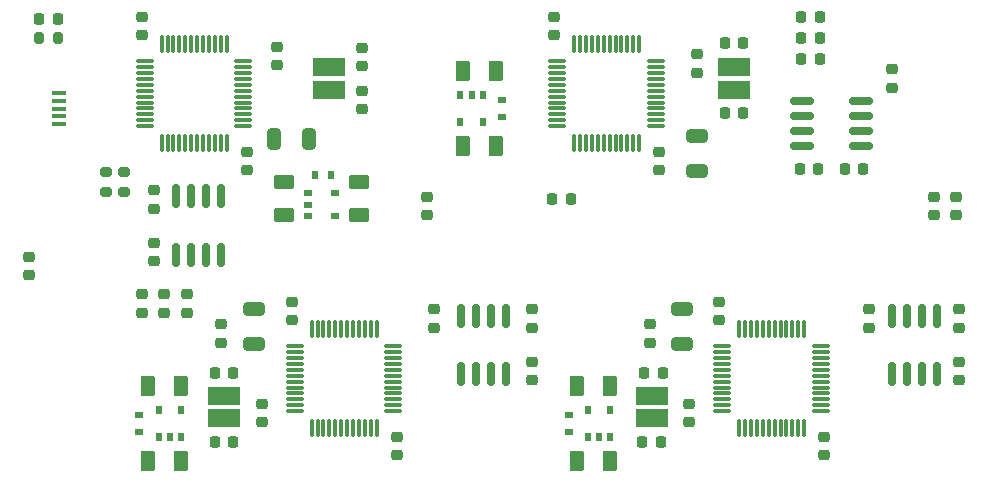
<source format=gtp>
G04 #@! TF.GenerationSoftware,KiCad,Pcbnew,7.0.9*
G04 #@! TF.CreationDate,2024-12-23T13:01:37-05:00*
G04 #@! TF.ProjectId,ramn,72616d6e-2e6b-4696-9361-645f70636258,rev?*
G04 #@! TF.SameCoordinates,Original*
G04 #@! TF.FileFunction,Paste,Top*
G04 #@! TF.FilePolarity,Positive*
%FSLAX46Y46*%
G04 Gerber Fmt 4.6, Leading zero omitted, Abs format (unit mm)*
G04 Created by KiCad (PCBNEW 7.0.9) date 2024-12-23 13:01:37*
%MOMM*%
%LPD*%
G01*
G04 APERTURE LIST*
G04 Aperture macros list*
%AMRoundRect*
0 Rectangle with rounded corners*
0 $1 Rounding radius*
0 $2 $3 $4 $5 $6 $7 $8 $9 X,Y pos of 4 corners*
0 Add a 4 corners polygon primitive as box body*
4,1,4,$2,$3,$4,$5,$6,$7,$8,$9,$2,$3,0*
0 Add four circle primitives for the rounded corners*
1,1,$1+$1,$2,$3*
1,1,$1+$1,$4,$5*
1,1,$1+$1,$6,$7*
1,1,$1+$1,$8,$9*
0 Add four rect primitives between the rounded corners*
20,1,$1+$1,$2,$3,$4,$5,0*
20,1,$1+$1,$4,$5,$6,$7,0*
20,1,$1+$1,$6,$7,$8,$9,0*
20,1,$1+$1,$8,$9,$2,$3,0*%
G04 Aperture macros list end*
%ADD10RoundRect,0.200000X-0.200000X-0.275000X0.200000X-0.275000X0.200000X0.275000X-0.200000X0.275000X0*%
%ADD11RoundRect,0.225000X-0.225000X-0.250000X0.225000X-0.250000X0.225000X0.250000X-0.225000X0.250000X0*%
%ADD12R,0.700000X0.600000*%
%ADD13R,0.600000X0.700000*%
%ADD14RoundRect,0.249999X-0.650001X0.325001X-0.650001X-0.325001X0.650001X-0.325001X0.650001X0.325001X0*%
%ADD15RoundRect,0.249999X0.650001X-0.325001X0.650001X0.325001X-0.650001X0.325001X-0.650001X-0.325001X0*%
%ADD16RoundRect,0.249999X-0.325001X-0.650001X0.325001X-0.650001X0.325001X0.650001X-0.325001X0.650001X0*%
%ADD17RoundRect,0.200000X-0.275000X0.200000X-0.275000X-0.200000X0.275000X-0.200000X0.275000X0.200000X0*%
%ADD18RoundRect,0.200000X0.275000X-0.200000X0.275000X0.200000X-0.275000X0.200000X-0.275000X-0.200000X0*%
%ADD19RoundRect,0.218750X-0.256250X0.218750X-0.256250X-0.218750X0.256250X-0.218750X0.256250X0.218750X0*%
%ADD20RoundRect,0.218750X0.256250X-0.218750X0.256250X0.218750X-0.256250X0.218750X-0.256250X-0.218750X0*%
%ADD21RoundRect,0.075000X-0.662500X-0.075000X0.662500X-0.075000X0.662500X0.075000X-0.662500X0.075000X0*%
%ADD22RoundRect,0.075000X-0.075000X-0.662500X0.075000X-0.662500X0.075000X0.662500X-0.075000X0.662500X0*%
%ADD23R,2.700000X1.500000*%
%ADD24RoundRect,0.150000X-0.150000X0.825000X-0.150000X-0.825000X0.150000X-0.825000X0.150000X0.825000X0*%
%ADD25RoundRect,0.075000X0.075000X0.662500X-0.075000X0.662500X-0.075000X-0.662500X0.075000X-0.662500X0*%
%ADD26RoundRect,0.075000X0.662500X0.075000X-0.662500X0.075000X-0.662500X-0.075000X0.662500X-0.075000X0*%
%ADD27RoundRect,0.218750X0.218750X0.256250X-0.218750X0.256250X-0.218750X-0.256250X0.218750X-0.256250X0*%
%ADD28R,0.510000X0.700000*%
%ADD29RoundRect,0.150000X-0.825000X-0.150000X0.825000X-0.150000X0.825000X0.150000X-0.825000X0.150000X0*%
%ADD30RoundRect,0.250000X0.375000X0.625000X-0.375000X0.625000X-0.375000X-0.625000X0.375000X-0.625000X0*%
%ADD31RoundRect,0.218750X-0.218750X-0.256250X0.218750X-0.256250X0.218750X0.256250X-0.218750X0.256250X0*%
%ADD32RoundRect,0.150000X0.150000X-0.825000X0.150000X0.825000X-0.150000X0.825000X-0.150000X-0.825000X0*%
%ADD33RoundRect,0.250000X-0.375000X-0.625000X0.375000X-0.625000X0.375000X0.625000X-0.375000X0.625000X0*%
%ADD34R,0.700000X0.510000*%
%ADD35RoundRect,0.250000X-0.625000X0.375000X-0.625000X-0.375000X0.625000X-0.375000X0.625000X0.375000X0*%
%ADD36R,1.300000X0.450000*%
G04 APERTURE END LIST*
D10*
G04 #@! TO.C,R17*
X46291000Y-53086000D03*
X44641000Y-53086000D03*
G04 #@! TD*
D11*
G04 #@! TO.C,C43*
X46241000Y-51435000D03*
X44691000Y-51435000D03*
G04 #@! TD*
D12*
G04 #@! TO.C,D4*
X83820000Y-58355000D03*
X83820000Y-59755000D03*
G04 #@! TD*
G04 #@! TO.C,D3*
X89535000Y-86425000D03*
X89535000Y-85025000D03*
G04 #@! TD*
G04 #@! TO.C,D2*
X53086000Y-86425000D03*
X53086000Y-85025000D03*
G04 #@! TD*
D13*
G04 #@! TO.C,D1*
X68007000Y-64643000D03*
X69407000Y-64643000D03*
G04 #@! TD*
D14*
G04 #@! TO.C,C37*
X100330000Y-64340000D03*
X100330000Y-61390000D03*
G04 #@! TD*
D15*
G04 #@! TO.C,C27*
X99060000Y-75995000D03*
X99060000Y-78945000D03*
G04 #@! TD*
G04 #@! TO.C,C17*
X62865000Y-75995000D03*
X62865000Y-78945000D03*
G04 #@! TD*
D16*
G04 #@! TO.C,C7*
X67515000Y-61595000D03*
X64565000Y-61595000D03*
G04 #@! TD*
D17*
G04 #@! TO.C,R8*
X50292000Y-64453000D03*
X50292000Y-66103000D03*
G04 #@! TD*
D18*
G04 #@! TO.C,R9*
X51816000Y-66103000D03*
X51816000Y-64453000D03*
G04 #@! TD*
D19*
G04 #@! TO.C,R15*
X77470000Y-68097500D03*
X77470000Y-66522500D03*
G04 #@! TD*
D20*
G04 #@! TO.C,R13*
X96393000Y-77317500D03*
X96393000Y-78892500D03*
G04 #@! TD*
G04 #@! TO.C,R11*
X60071000Y-78892500D03*
X60071000Y-77317500D03*
G04 #@! TD*
D19*
G04 #@! TO.C,C19*
X74930000Y-88417500D03*
X74930000Y-86842500D03*
G04 #@! TD*
D21*
G04 #@! TO.C,U5*
X66322500Y-79165000D03*
X66322500Y-79665000D03*
X66322500Y-80165000D03*
X66322500Y-80665000D03*
X66322500Y-81165000D03*
X66322500Y-81665000D03*
X66322500Y-82165000D03*
X66322500Y-82665000D03*
X66322500Y-83165000D03*
X66322500Y-83665000D03*
X66322500Y-84165000D03*
X66322500Y-84665000D03*
D22*
X67735000Y-86077500D03*
X68235000Y-86077500D03*
X68735000Y-86077500D03*
X69235000Y-86077500D03*
X69735000Y-86077500D03*
X70235000Y-86077500D03*
X70735000Y-86077500D03*
X71235000Y-86077500D03*
X71735000Y-86077500D03*
X72235000Y-86077500D03*
X72735000Y-86077500D03*
X73235000Y-86077500D03*
D21*
X74647500Y-84665000D03*
X74647500Y-84165000D03*
X74647500Y-83665000D03*
X74647500Y-83165000D03*
X74647500Y-82665000D03*
X74647500Y-82165000D03*
X74647500Y-81665000D03*
X74647500Y-81165000D03*
X74647500Y-80665000D03*
X74647500Y-80165000D03*
X74647500Y-79665000D03*
X74647500Y-79165000D03*
D22*
X73235000Y-77752500D03*
X72735000Y-77752500D03*
X72235000Y-77752500D03*
X71735000Y-77752500D03*
X71235000Y-77752500D03*
X70735000Y-77752500D03*
X70235000Y-77752500D03*
X69735000Y-77752500D03*
X69235000Y-77752500D03*
X68735000Y-77752500D03*
X68235000Y-77752500D03*
X67735000Y-77752500D03*
G04 #@! TD*
D23*
G04 #@! TO.C,Y4*
X103505000Y-57465000D03*
X103505000Y-55565000D03*
G04 #@! TD*
G04 #@! TO.C,Y3*
X96520000Y-83378000D03*
X96520000Y-85278000D03*
G04 #@! TD*
G04 #@! TO.C,Y2*
X60325000Y-85278000D03*
X60325000Y-83378000D03*
G04 #@! TD*
G04 #@! TO.C,Y1*
X69215000Y-55565000D03*
X69215000Y-57465000D03*
G04 #@! TD*
D22*
G04 #@! TO.C,U8*
X103930000Y-77752500D03*
X104430000Y-77752500D03*
X104930000Y-77752500D03*
X105430000Y-77752500D03*
X105930000Y-77752500D03*
X106430000Y-77752500D03*
X106930000Y-77752500D03*
X107430000Y-77752500D03*
X107930000Y-77752500D03*
X108430000Y-77752500D03*
X108930000Y-77752500D03*
X109430000Y-77752500D03*
D21*
X110842500Y-79165000D03*
X110842500Y-79665000D03*
X110842500Y-80165000D03*
X110842500Y-80665000D03*
X110842500Y-81165000D03*
X110842500Y-81665000D03*
X110842500Y-82165000D03*
X110842500Y-82665000D03*
X110842500Y-83165000D03*
X110842500Y-83665000D03*
X110842500Y-84165000D03*
X110842500Y-84665000D03*
D22*
X109430000Y-86077500D03*
X108930000Y-86077500D03*
X108430000Y-86077500D03*
X107930000Y-86077500D03*
X107430000Y-86077500D03*
X106930000Y-86077500D03*
X106430000Y-86077500D03*
X105930000Y-86077500D03*
X105430000Y-86077500D03*
X104930000Y-86077500D03*
X104430000Y-86077500D03*
X103930000Y-86077500D03*
D21*
X102517500Y-84665000D03*
X102517500Y-84165000D03*
X102517500Y-83665000D03*
X102517500Y-83165000D03*
X102517500Y-82665000D03*
X102517500Y-82165000D03*
X102517500Y-81665000D03*
X102517500Y-81165000D03*
X102517500Y-80665000D03*
X102517500Y-80165000D03*
X102517500Y-79665000D03*
X102517500Y-79165000D03*
G04 #@! TD*
D24*
G04 #@! TO.C,U1*
X60071000Y-66486000D03*
X58801000Y-66486000D03*
X57531000Y-66486000D03*
X56261000Y-66486000D03*
X56261000Y-71436000D03*
X57531000Y-71436000D03*
X58801000Y-71436000D03*
X60071000Y-71436000D03*
G04 #@! TD*
D25*
G04 #@! TO.C,U2*
X60535000Y-61947500D03*
X60035000Y-61947500D03*
X59535000Y-61947500D03*
X59035000Y-61947500D03*
X58535000Y-61947500D03*
X58035000Y-61947500D03*
X57535000Y-61947500D03*
X57035000Y-61947500D03*
X56535000Y-61947500D03*
X56035000Y-61947500D03*
X55535000Y-61947500D03*
X55035000Y-61947500D03*
D26*
X53622500Y-60535000D03*
X53622500Y-60035000D03*
X53622500Y-59535000D03*
X53622500Y-59035000D03*
X53622500Y-58535000D03*
X53622500Y-58035000D03*
X53622500Y-57535000D03*
X53622500Y-57035000D03*
X53622500Y-56535000D03*
X53622500Y-56035000D03*
X53622500Y-55535000D03*
X53622500Y-55035000D03*
D25*
X55035000Y-53622500D03*
X55535000Y-53622500D03*
X56035000Y-53622500D03*
X56535000Y-53622500D03*
X57035000Y-53622500D03*
X57535000Y-53622500D03*
X58035000Y-53622500D03*
X58535000Y-53622500D03*
X59035000Y-53622500D03*
X59535000Y-53622500D03*
X60035000Y-53622500D03*
X60535000Y-53622500D03*
D26*
X61947500Y-55035000D03*
X61947500Y-55535000D03*
X61947500Y-56035000D03*
X61947500Y-56535000D03*
X61947500Y-57035000D03*
X61947500Y-57535000D03*
X61947500Y-58035000D03*
X61947500Y-58535000D03*
X61947500Y-59035000D03*
X61947500Y-59535000D03*
X61947500Y-60035000D03*
X61947500Y-60535000D03*
G04 #@! TD*
D27*
G04 #@! TO.C,R16*
X88112500Y-66675000D03*
X89687500Y-66675000D03*
G04 #@! TD*
D28*
G04 #@! TO.C,U12*
X82230000Y-60215000D03*
X80330000Y-60215000D03*
X80330000Y-57895000D03*
X81280000Y-57895000D03*
X82230000Y-57895000D03*
G04 #@! TD*
D25*
G04 #@! TO.C,U11*
X95460000Y-61947500D03*
X94960000Y-61947500D03*
X94460000Y-61947500D03*
X93960000Y-61947500D03*
X93460000Y-61947500D03*
X92960000Y-61947500D03*
X92460000Y-61947500D03*
X91960000Y-61947500D03*
X91460000Y-61947500D03*
X90960000Y-61947500D03*
X90460000Y-61947500D03*
X89960000Y-61947500D03*
D26*
X88547500Y-60535000D03*
X88547500Y-60035000D03*
X88547500Y-59535000D03*
X88547500Y-59035000D03*
X88547500Y-58535000D03*
X88547500Y-58035000D03*
X88547500Y-57535000D03*
X88547500Y-57035000D03*
X88547500Y-56535000D03*
X88547500Y-56035000D03*
X88547500Y-55535000D03*
X88547500Y-55035000D03*
D25*
X89960000Y-53622500D03*
X90460000Y-53622500D03*
X90960000Y-53622500D03*
X91460000Y-53622500D03*
X91960000Y-53622500D03*
X92460000Y-53622500D03*
X92960000Y-53622500D03*
X93460000Y-53622500D03*
X93960000Y-53622500D03*
X94460000Y-53622500D03*
X94960000Y-53622500D03*
X95460000Y-53622500D03*
D26*
X96872500Y-55035000D03*
X96872500Y-55535000D03*
X96872500Y-56035000D03*
X96872500Y-56535000D03*
X96872500Y-57035000D03*
X96872500Y-57535000D03*
X96872500Y-58035000D03*
X96872500Y-58535000D03*
X96872500Y-59035000D03*
X96872500Y-59535000D03*
X96872500Y-60035000D03*
X96872500Y-60535000D03*
G04 #@! TD*
D29*
G04 #@! TO.C,U10*
X114235000Y-58420000D03*
X114235000Y-59690000D03*
X114235000Y-60960000D03*
X114235000Y-62230000D03*
X109285000Y-62230000D03*
X109285000Y-60960000D03*
X109285000Y-59690000D03*
X109285000Y-58420000D03*
G04 #@! TD*
D20*
G04 #@! TO.C,R14*
X116840000Y-55727500D03*
X116840000Y-57302500D03*
G04 #@! TD*
D30*
G04 #@! TO.C,C42*
X80515000Y-62230000D03*
X83315000Y-62230000D03*
G04 #@! TD*
G04 #@! TO.C,C41*
X83315000Y-55880000D03*
X80515000Y-55880000D03*
G04 #@! TD*
D19*
G04 #@! TO.C,C40*
X97155000Y-64287500D03*
X97155000Y-62712500D03*
G04 #@! TD*
D20*
G04 #@! TO.C,C39*
X88265000Y-51282500D03*
X88265000Y-52857500D03*
G04 #@! TD*
G04 #@! TO.C,C38*
X100330000Y-54457500D03*
X100330000Y-56032500D03*
G04 #@! TD*
D31*
G04 #@! TO.C,C36*
X104292500Y-53467000D03*
X102717500Y-53467000D03*
G04 #@! TD*
G04 #@! TO.C,C35*
X104292500Y-59436000D03*
X102717500Y-59436000D03*
G04 #@! TD*
D27*
G04 #@! TO.C,C34*
X109067500Y-64135000D03*
X110642500Y-64135000D03*
G04 #@! TD*
G04 #@! TO.C,C33*
X112877500Y-64135000D03*
X114452500Y-64135000D03*
G04 #@! TD*
D28*
G04 #@! TO.C,U9*
X91125000Y-84565000D03*
X93025000Y-84565000D03*
X93025000Y-86885000D03*
X92075000Y-86885000D03*
X91125000Y-86885000D03*
G04 #@! TD*
D32*
G04 #@! TO.C,U7*
X116840000Y-76585000D03*
X118110000Y-76585000D03*
X119380000Y-76585000D03*
X120650000Y-76585000D03*
X120650000Y-81535000D03*
X119380000Y-81535000D03*
X118110000Y-81535000D03*
X116840000Y-81535000D03*
G04 #@! TD*
D19*
G04 #@! TO.C,R12*
X114935000Y-77622500D03*
X114935000Y-76047500D03*
G04 #@! TD*
D33*
G04 #@! TO.C,C32*
X92967000Y-82550000D03*
X90167000Y-82550000D03*
G04 #@! TD*
G04 #@! TO.C,C31*
X92967000Y-88900000D03*
X90167000Y-88900000D03*
G04 #@! TD*
D20*
G04 #@! TO.C,C30*
X102235000Y-75412500D03*
X102235000Y-76987500D03*
G04 #@! TD*
D19*
G04 #@! TO.C,C29*
X111125000Y-88417500D03*
X111125000Y-86842500D03*
G04 #@! TD*
G04 #@! TO.C,C28*
X99695000Y-85623500D03*
X99695000Y-84048500D03*
G04 #@! TD*
D27*
G04 #@! TO.C,C26*
X95732500Y-87249000D03*
X97307500Y-87249000D03*
G04 #@! TD*
G04 #@! TO.C,C25*
X95885000Y-81407000D03*
X97460000Y-81407000D03*
G04 #@! TD*
D19*
G04 #@! TO.C,C24*
X122555000Y-80492500D03*
X122555000Y-82067500D03*
G04 #@! TD*
D20*
G04 #@! TO.C,C23*
X122555000Y-76047500D03*
X122555000Y-77622500D03*
G04 #@! TD*
D19*
G04 #@! TO.C,R5*
X122301000Y-66522500D03*
X122301000Y-68097500D03*
G04 #@! TD*
G04 #@! TO.C,R4*
X120396000Y-66522500D03*
X120396000Y-68097500D03*
G04 #@! TD*
D28*
G04 #@! TO.C,U6*
X54803000Y-84565000D03*
X56703000Y-84565000D03*
X56703000Y-86885000D03*
X55753000Y-86885000D03*
X54803000Y-86885000D03*
G04 #@! TD*
D32*
G04 #@! TO.C,U4*
X80405000Y-76585000D03*
X81675000Y-76585000D03*
X82945000Y-76585000D03*
X84215000Y-76585000D03*
X84215000Y-81535000D03*
X82945000Y-81535000D03*
X81675000Y-81535000D03*
X80405000Y-81535000D03*
G04 #@! TD*
D19*
G04 #@! TO.C,R10*
X78105000Y-77622500D03*
X78105000Y-76047500D03*
G04 #@! TD*
D33*
G04 #@! TO.C,C22*
X56645000Y-82550000D03*
X53845000Y-82550000D03*
G04 #@! TD*
G04 #@! TO.C,C21*
X56645000Y-88900000D03*
X53845000Y-88900000D03*
G04 #@! TD*
D20*
G04 #@! TO.C,C20*
X66040000Y-75412500D03*
X66040000Y-76987500D03*
G04 #@! TD*
D19*
G04 #@! TO.C,C18*
X63500000Y-84048500D03*
X63500000Y-85623500D03*
G04 #@! TD*
D27*
G04 #@! TO.C,C16*
X61112500Y-87249000D03*
X59537500Y-87249000D03*
G04 #@! TD*
G04 #@! TO.C,C15*
X61112500Y-81407000D03*
X59537500Y-81407000D03*
G04 #@! TD*
D19*
G04 #@! TO.C,C14*
X86360000Y-80492500D03*
X86360000Y-82067500D03*
G04 #@! TD*
G04 #@! TO.C,C13*
X86360000Y-76047500D03*
X86360000Y-77622500D03*
G04 #@! TD*
D34*
G04 #@! TO.C,U3*
X67420000Y-66233000D03*
X67420000Y-67183000D03*
X67420000Y-68133000D03*
X69740000Y-68133000D03*
X69740000Y-66233000D03*
G04 #@! TD*
D20*
G04 #@! TO.C,R1*
X43815000Y-73177500D03*
X43815000Y-71602500D03*
G04 #@! TD*
D35*
G04 #@! TO.C,C12*
X71755000Y-65292000D03*
X71755000Y-68092000D03*
G04 #@! TD*
G04 #@! TO.C,C11*
X65405000Y-65292000D03*
X65405000Y-68092000D03*
G04 #@! TD*
D19*
G04 #@! TO.C,C10*
X62230000Y-62712500D03*
X62230000Y-64287500D03*
G04 #@! TD*
D20*
G04 #@! TO.C,C9*
X53340000Y-52857500D03*
X53340000Y-51282500D03*
G04 #@! TD*
G04 #@! TO.C,C8*
X64770000Y-55397500D03*
X64770000Y-53822500D03*
G04 #@! TD*
G04 #@! TO.C,C4*
X54356000Y-67528500D03*
X54356000Y-65953500D03*
G04 #@! TD*
D19*
G04 #@! TO.C,C3*
X54356000Y-70393500D03*
X54356000Y-71968500D03*
G04 #@! TD*
D31*
G04 #@! TO.C,R7*
X109194500Y-51308000D03*
X110769500Y-51308000D03*
G04 #@! TD*
D27*
G04 #@! TO.C,R6*
X110769500Y-54864000D03*
X109194500Y-54864000D03*
G04 #@! TD*
D20*
G04 #@! TO.C,R3*
X53340000Y-76352500D03*
X53340000Y-74777500D03*
G04 #@! TD*
D19*
G04 #@! TO.C,R2*
X57150000Y-74777500D03*
X57150000Y-76352500D03*
G04 #@! TD*
D36*
G04 #@! TO.C,J1*
X46350000Y-60355000D03*
X46350000Y-59705000D03*
X46350000Y-59055000D03*
X46350000Y-58405000D03*
X46350000Y-57755000D03*
G04 #@! TD*
D19*
G04 #@! TO.C,C6*
X72009000Y-53907500D03*
X72009000Y-55482500D03*
G04 #@! TD*
D20*
G04 #@! TO.C,C5*
X72009000Y-59122500D03*
X72009000Y-57547500D03*
G04 #@! TD*
D27*
G04 #@! TO.C,C2*
X109194500Y-53086000D03*
X110769500Y-53086000D03*
G04 #@! TD*
D20*
G04 #@! TO.C,C1*
X55245000Y-76352500D03*
X55245000Y-74777500D03*
G04 #@! TD*
M02*

</source>
